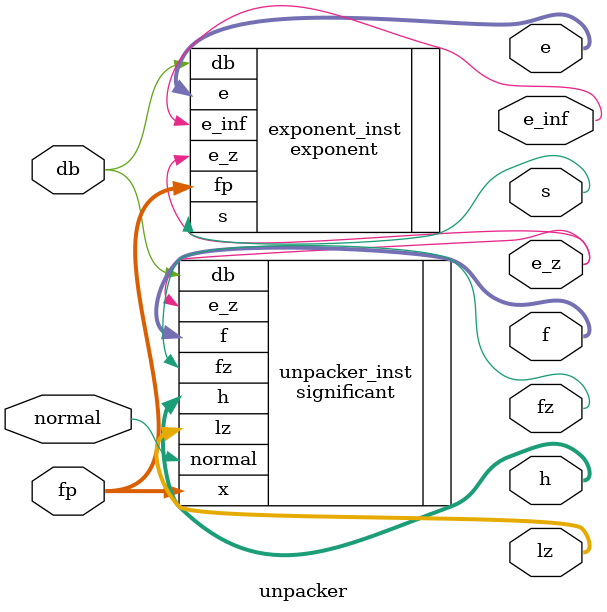
<source format=sv>
module unpacker(
    input [63:0]       fp,
    input              db,
    input              normal,
    output reg         e_inf,
    output reg         e_z,
    output reg [10:0]  e,
    output reg         s,
    output reg [5:0]   lz,
    output reg [52:0]  f,
    output reg         fz,
    output reg [51:0]  h  
);

exponent exponent_inst(
    .fp(fp),
    .db(db),
    .e_inf(e_inf),
    .e_z(e_z),
    .e(e),
    .s(s)
);

significant unpacker_inst(
    .db(db),
    .x(fp),
    .e_z(e_z),
    .normal(normal),
    .lz(lz),
    .f(f),
    .fz(fz),
    .h(h)
);


endmodule

</source>
